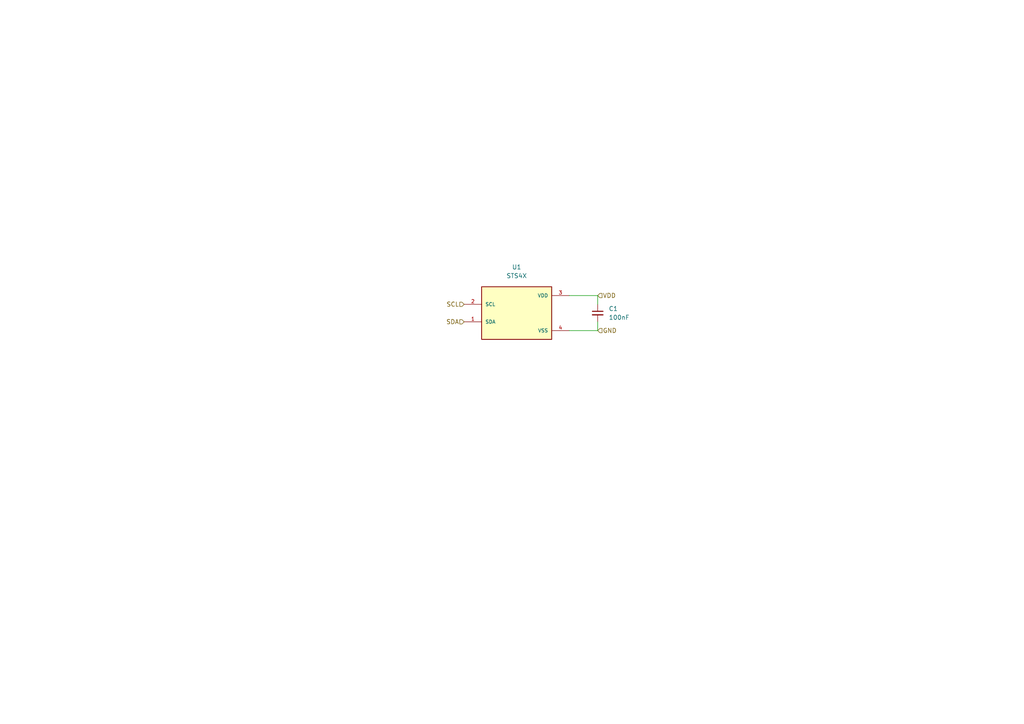
<source format=kicad_sch>
(kicad_sch (version 20211123) (generator eeschema)

  (uuid 1895faed-13c7-4877-930c-ef39a1d7419c)

  (paper "A4")

  (lib_symbols
    (symbol "Device:C_Small" (pin_numbers hide) (pin_names (offset 0.254) hide) (in_bom yes) (on_board yes)
      (property "Reference" "C" (id 0) (at 0.254 1.778 0)
        (effects (font (size 1.27 1.27)) (justify left))
      )
      (property "Value" "C_Small" (id 1) (at 0.254 -2.032 0)
        (effects (font (size 1.27 1.27)) (justify left))
      )
      (property "Footprint" "" (id 2) (at 0 0 0)
        (effects (font (size 1.27 1.27)) hide)
      )
      (property "Datasheet" "~" (id 3) (at 0 0 0)
        (effects (font (size 1.27 1.27)) hide)
      )
      (property "ki_keywords" "capacitor cap" (id 4) (at 0 0 0)
        (effects (font (size 1.27 1.27)) hide)
      )
      (property "ki_description" "Unpolarized capacitor, small symbol" (id 5) (at 0 0 0)
        (effects (font (size 1.27 1.27)) hide)
      )
      (property "ki_fp_filters" "C_*" (id 6) (at 0 0 0)
        (effects (font (size 1.27 1.27)) hide)
      )
      (symbol "C_Small_0_1"
        (polyline
          (pts
            (xy -1.524 -0.508)
            (xy 1.524 -0.508)
          )
          (stroke (width 0.3302) (type default) (color 0 0 0 0))
          (fill (type none))
        )
        (polyline
          (pts
            (xy -1.524 0.508)
            (xy 1.524 0.508)
          )
          (stroke (width 0.3048) (type default) (color 0 0 0 0))
          (fill (type none))
        )
      )
      (symbol "C_Small_1_1"
        (pin passive line (at 0 2.54 270) (length 2.032)
          (name "~" (effects (font (size 1.27 1.27))))
          (number "1" (effects (font (size 1.27 1.27))))
        )
        (pin passive line (at 0 -2.54 90) (length 2.032)
          (name "~" (effects (font (size 1.27 1.27))))
          (number "2" (effects (font (size 1.27 1.27))))
        )
      )
    )
    (symbol "b133:STS4X" (pin_names (offset 1.016)) (in_bom yes) (on_board yes)
      (property "Reference" "U" (id 0) (at -10.16 8.89 0)
        (effects (font (size 1.27 1.27)) (justify left bottom))
      )
      (property "Value" "STS4X" (id 1) (at -10.16 -10.16 0)
        (effects (font (size 1.27 1.27)) (justify left bottom))
      )
      (property "Footprint" "STS4X" (id 2) (at 0 0 0)
        (effects (font (size 1.27 1.27)) (justify bottom) hide)
      )
      (property "Datasheet" "" (id 3) (at 0 0 0)
        (effects (font (size 1.27 1.27)) hide)
      )
      (symbol "STS4X_0_0"
        (rectangle (start -10.16 -7.62) (end 10.16 7.62)
          (stroke (width 0.254) (type default) (color 0 0 0 0))
          (fill (type background))
        )
        (pin bidirectional line (at -15.24 -2.54 0) (length 5.08)
          (name "SDA" (effects (font (size 1.016 1.016))))
          (number "1" (effects (font (size 1.016 1.016))))
        )
        (pin input line (at -15.24 2.54 0) (length 5.08)
          (name "SCL" (effects (font (size 1.016 1.016))))
          (number "2" (effects (font (size 1.016 1.016))))
        )
        (pin power_in line (at 15.24 5.08 180) (length 5.08)
          (name "VDD" (effects (font (size 1.016 1.016))))
          (number "3" (effects (font (size 1.016 1.016))))
        )
        (pin power_in line (at 15.24 -5.08 180) (length 5.08)
          (name "VSS" (effects (font (size 1.016 1.016))))
          (number "4" (effects (font (size 1.016 1.016))))
        )
      )
    )
  )


  (wire (pts (xy 173.355 95.885) (xy 173.355 93.345))
    (stroke (width 0) (type default) (color 0 0 0 0))
    (uuid 06ff722a-6bca-4a36-bac5-4d54b95ee46d)
  )
  (wire (pts (xy 165.1 95.885) (xy 173.355 95.885))
    (stroke (width 0) (type default) (color 0 0 0 0))
    (uuid 2664b633-beb9-4a9f-bdcb-e5a5e8d5f54e)
  )
  (wire (pts (xy 173.355 88.265) (xy 173.355 85.725))
    (stroke (width 0) (type default) (color 0 0 0 0))
    (uuid 697a9c51-139a-4e99-8805-b6d4562dfeab)
  )
  (wire (pts (xy 173.355 85.725) (xy 165.1 85.725))
    (stroke (width 0) (type default) (color 0 0 0 0))
    (uuid fd65d59e-406f-4893-8759-d69d63566586)
  )

  (hierarchical_label "VDD" (shape input) (at 173.355 85.725 0)
    (effects (font (size 1.27 1.27)) (justify left))
    (uuid 02aff7f4-1bed-40f3-8e98-f3c54d178175)
  )
  (hierarchical_label "GND" (shape input) (at 173.355 95.885 0)
    (effects (font (size 1.27 1.27)) (justify left))
    (uuid 3a157695-9c71-4123-9d47-e9f157bde643)
  )
  (hierarchical_label "SCL" (shape input) (at 134.62 88.265 180)
    (effects (font (size 1.27 1.27)) (justify right))
    (uuid 40c41a6f-c98f-49df-b6fb-14590250cbb4)
  )
  (hierarchical_label "SDA" (shape input) (at 134.62 93.345 180)
    (effects (font (size 1.27 1.27)) (justify right))
    (uuid d6085fa5-efb2-43d6-a04d-9ef855f1d557)
  )

  (symbol (lib_id "b133:STS4X") (at 149.86 90.805 0) (unit 1)
    (in_bom yes) (on_board yes) (fields_autoplaced)
    (uuid 56192b38-ac0c-4915-a9bf-2efe9ce1b4f3)
    (property "Reference" "U1" (id 0) (at 149.86 77.47 0))
    (property "Value" "STS4X" (id 1) (at 149.86 80.01 0))
    (property "Footprint" "STS4X" (id 2) (at 149.86 90.805 0)
      (effects (font (size 1.27 1.27)) (justify bottom) hide)
    )
    (property "Datasheet" "" (id 3) (at 149.86 90.805 0)
      (effects (font (size 1.27 1.27)) hide)
    )
    (pin "1" (uuid 1207fd92-f599-4a66-9481-2e003495ddd4))
    (pin "2" (uuid 9eacc42f-1192-4e2a-bd92-e6d3a3de1515))
    (pin "3" (uuid 2597704b-5321-48a4-9877-526be99f9fcc))
    (pin "4" (uuid 3d5901b4-0acd-414d-9b70-6f2af8c73e32))
  )

  (symbol (lib_id "Device:C_Small") (at 173.355 90.805 0) (unit 1)
    (in_bom yes) (on_board yes) (fields_autoplaced)
    (uuid dcf36c28-dbcd-420c-a379-ce70e404d466)
    (property "Reference" "C1" (id 0) (at 176.53 89.5412 0)
      (effects (font (size 1.27 1.27)) (justify left))
    )
    (property "Value" "100nF" (id 1) (at 176.53 92.0812 0)
      (effects (font (size 1.27 1.27)) (justify left))
    )
    (property "Footprint" "Capacitor_SMD:C_0402_1005Metric" (id 2) (at 173.355 90.805 0)
      (effects (font (size 1.27 1.27)) hide)
    )
    (property "Datasheet" "~" (id 3) (at 173.355 90.805 0)
      (effects (font (size 1.27 1.27)) hide)
    )
    (pin "1" (uuid 999ba871-0329-492d-8d51-a2b94208fe13))
    (pin "2" (uuid fb30a66d-1e02-4bae-81d5-f679344f0ab4))
  )
)

</source>
